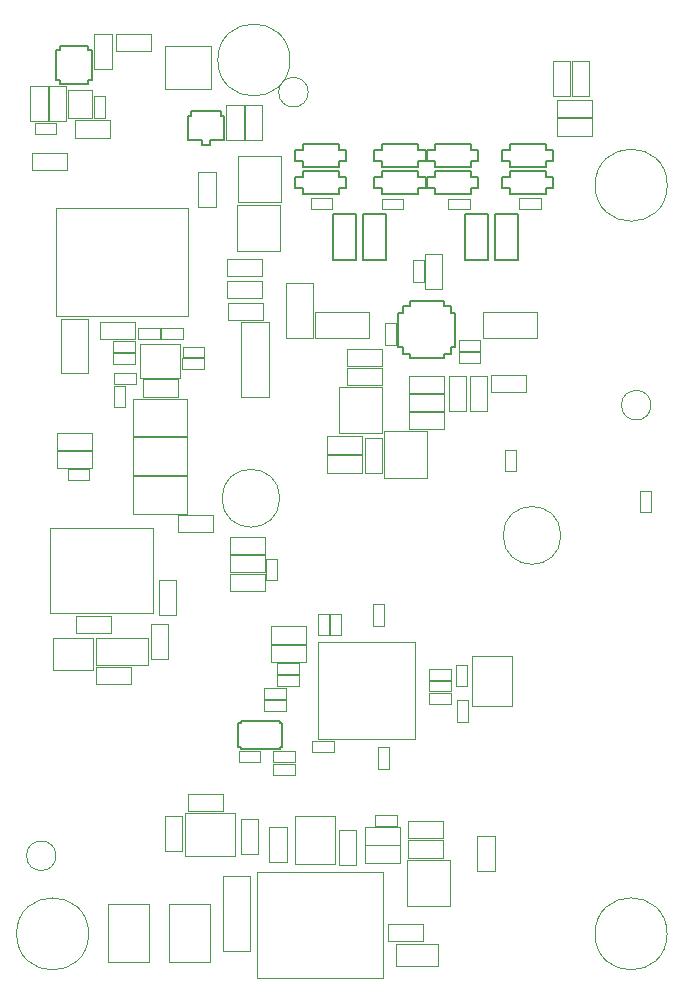
<source format=gbr>
%TF.GenerationSoftware,KiCad,Pcbnew,9.0.0*%
%TF.CreationDate,2025-03-03T22:11:57+00:00*%
%TF.ProjectId,StepUp,53746570-5570-42e6-9b69-6361645f7063,v0.3*%
%TF.SameCoordinates,Original*%
%TF.FileFunction,Other,User*%
%FSLAX45Y45*%
G04 Gerber Fmt 4.5, Leading zero omitted, Abs format (unit mm)*
G04 Created by KiCad (PCBNEW 9.0.0) date 2025-03-03 22:11:57*
%MOMM*%
%LPD*%
G01*
G04 APERTURE LIST*
%ADD10C,0.152400*%
%ADD11C,0.050000*%
%ADD12C,0.100000*%
G04 APERTURE END LIST*
D10*
%TO.C,D3*%
X8664240Y-6298330D02*
X8730280Y-6298330D01*
X8664240Y-6397390D02*
X8664240Y-6298330D01*
X8730280Y-6247530D02*
X9035080Y-6247530D01*
X8730280Y-6298330D02*
X8730280Y-6247530D01*
X8730280Y-6397390D02*
X8664240Y-6397390D01*
X8730280Y-6448190D02*
X8730280Y-6397390D01*
X9035080Y-6247530D02*
X9035080Y-6298330D01*
X9035080Y-6298330D02*
X9101120Y-6298330D01*
X9035080Y-6397390D02*
X9035080Y-6448190D01*
X9035080Y-6448190D02*
X8730280Y-6448190D01*
X9101120Y-6298330D02*
X9101120Y-6397390D01*
X9101120Y-6397390D02*
X9035080Y-6397390D01*
D11*
%TO.C,R20*%
X9583040Y-7443000D02*
X10039040Y-7443000D01*
X9583040Y-7667000D02*
X9583040Y-7443000D01*
X10039040Y-7443000D02*
X10039040Y-7667000D01*
X10039040Y-7667000D02*
X9583040Y-7667000D01*
%TO.C,R30*%
X6456000Y-7688000D02*
X6642000Y-7688000D01*
X6456000Y-7782000D02*
X6456000Y-7688000D01*
X6642000Y-7688000D02*
X6642000Y-7782000D01*
X6642000Y-7782000D02*
X6456000Y-7782000D01*
%TO.C,C43*%
X10914000Y-8958500D02*
X11006000Y-8958500D01*
X10914000Y-9140500D02*
X10914000Y-8958500D01*
X11006000Y-8958500D02*
X11006000Y-9140500D01*
X11006000Y-9140500D02*
X10914000Y-9140500D01*
%TO.C,R27*%
X6458500Y-7963000D02*
X6644500Y-7963000D01*
X6458500Y-8057000D02*
X6458500Y-7963000D01*
X6644500Y-7963000D02*
X6644500Y-8057000D01*
X6644500Y-8057000D02*
X6458500Y-8057000D01*
%TO.C,R31*%
X7004500Y-9162000D02*
X7300500Y-9162000D01*
X7004500Y-9308000D02*
X7004500Y-9162000D01*
X7300500Y-9162000D02*
X7300500Y-9308000D01*
X7300500Y-9308000D02*
X7004500Y-9308000D01*
%TO.C,R28*%
X7039500Y-7835500D02*
X7225500Y-7835500D01*
X7039500Y-7929500D02*
X7039500Y-7835500D01*
X7225500Y-7835500D02*
X7225500Y-7929500D01*
X7225500Y-7929500D02*
X7039500Y-7929500D01*
%TO.C,R34*%
X7419500Y-6997000D02*
X7715500Y-6997000D01*
X7419500Y-7143000D02*
X7419500Y-6997000D01*
X7715500Y-6997000D02*
X7715500Y-7143000D01*
X7715500Y-7143000D02*
X7419500Y-7143000D01*
%TO.C,C10*%
X8654000Y-9919000D02*
X8746000Y-9919000D01*
X8654000Y-10101000D02*
X8654000Y-9919000D01*
X8746000Y-9919000D02*
X8746000Y-10101000D01*
X8746000Y-10101000D02*
X8654000Y-10101000D01*
%TO.C,C5*%
X9129000Y-10464000D02*
X9311000Y-10464000D01*
X9129000Y-10556000D02*
X9129000Y-10464000D01*
X9311000Y-10464000D02*
X9311000Y-10556000D01*
X9311000Y-10556000D02*
X9129000Y-10556000D01*
%TO.C,R6*%
X7844000Y-10514250D02*
X8030000Y-10514250D01*
X7844000Y-10608250D02*
X7844000Y-10514250D01*
X8030000Y-10514250D02*
X8030000Y-10608250D01*
X8030000Y-10608250D02*
X7844000Y-10608250D01*
%TO.C,C8*%
X7787000Y-10104500D02*
X8083000Y-10104500D01*
X7787000Y-10250500D02*
X7787000Y-10104500D01*
X8083000Y-10104500D02*
X8083000Y-10250500D01*
X8083000Y-10250500D02*
X7787000Y-10250500D01*
%TO.C,J1*%
X7673800Y-12187000D02*
X8737800Y-12187000D01*
X8737800Y-13081000D01*
X7673800Y-13081000D01*
X7673800Y-12187000D01*
%TO.C,C19*%
X9380700Y-7678900D02*
X9562700Y-7678900D01*
X9380700Y-7770900D02*
X9380700Y-7678900D01*
X9562700Y-7678900D02*
X9562700Y-7770900D01*
X9562700Y-7770900D02*
X9380700Y-7770900D01*
%TO.C,R42*%
X7447000Y-9503000D02*
X7743000Y-9503000D01*
X7447000Y-9649000D02*
X7447000Y-9503000D01*
X7743000Y-9503000D02*
X7743000Y-9649000D01*
X7743000Y-9649000D02*
X7447000Y-9649000D01*
%TO.C,C18*%
X9379000Y-7784000D02*
X9561000Y-7784000D01*
X9379000Y-7876000D02*
X9379000Y-7784000D01*
X9561000Y-7784000D02*
X9561000Y-7876000D01*
X9561000Y-7876000D02*
X9379000Y-7876000D01*
%TO.C,C42*%
X8672000Y-11704000D02*
X8854000Y-11704000D01*
X8672000Y-11796000D02*
X8672000Y-11704000D01*
X8854000Y-11704000D02*
X8854000Y-11796000D01*
X8854000Y-11796000D02*
X8672000Y-11796000D01*
%TO.C,R10*%
X8587000Y-8512000D02*
X8733000Y-8512000D01*
X8587000Y-8808000D02*
X8587000Y-8512000D01*
X8733000Y-8512000D02*
X8733000Y-8808000D01*
X8733000Y-8808000D02*
X8587000Y-8808000D01*
%TO.C,R2*%
X7807000Y-11163000D02*
X7993000Y-11163000D01*
X7807000Y-11257000D02*
X7807000Y-11163000D01*
X7993000Y-11163000D02*
X7993000Y-11257000D01*
X7993000Y-11257000D02*
X7807000Y-11257000D01*
%TO.C,R5*%
X9129200Y-10666500D02*
X9315200Y-10666500D01*
X9129200Y-10760500D02*
X9129200Y-10666500D01*
X9315200Y-10666500D02*
X9315200Y-10760500D01*
X9315200Y-10760500D02*
X9129200Y-10760500D01*
%TO.C,R7*%
X7844000Y-10413000D02*
X8030000Y-10413000D01*
X7844000Y-10507000D02*
X7844000Y-10413000D01*
X8030000Y-10413000D02*
X8030000Y-10507000D01*
X8030000Y-10507000D02*
X7844000Y-10507000D01*
D10*
%TO.C,D8*%
X9110000Y-6069730D02*
X9176040Y-6069730D01*
X9110000Y-6168790D02*
X9110000Y-6069730D01*
X9176040Y-6018930D02*
X9480840Y-6018930D01*
X9176040Y-6069730D02*
X9176040Y-6018930D01*
X9176040Y-6168790D02*
X9110000Y-6168790D01*
X9176040Y-6219590D02*
X9176040Y-6168790D01*
X9480840Y-6018930D02*
X9480840Y-6069730D01*
X9480840Y-6069730D02*
X9546880Y-6069730D01*
X9480840Y-6168790D02*
X9480840Y-6219590D01*
X9480840Y-6219590D02*
X9176040Y-6219590D01*
X9546880Y-6069730D02*
X9546880Y-6168790D01*
X9546880Y-6168790D02*
X9480840Y-6168790D01*
%TO.C,D10*%
X9745000Y-6069730D02*
X9811040Y-6069730D01*
X9745000Y-6168790D02*
X9745000Y-6069730D01*
X9811040Y-6018930D02*
X10115840Y-6018930D01*
X9811040Y-6069730D02*
X9811040Y-6018930D01*
X9811040Y-6168790D02*
X9745000Y-6168790D01*
X9811040Y-6219590D02*
X9811040Y-6168790D01*
X10115840Y-6018930D02*
X10115840Y-6069730D01*
X10115840Y-6069730D02*
X10181880Y-6069730D01*
X10115840Y-6168790D02*
X10115840Y-6219590D01*
X10115840Y-6219590D02*
X9811040Y-6219590D01*
X10181880Y-6069730D02*
X10181880Y-6168790D01*
X10181880Y-6168790D02*
X10115840Y-6168790D01*
D11*
%TO.C,C39*%
X5788500Y-5846500D02*
X5970500Y-5846500D01*
X5788500Y-5938500D02*
X5788500Y-5846500D01*
X5970500Y-5846500D02*
X5970500Y-5938500D01*
X5970500Y-5938500D02*
X5788500Y-5938500D01*
%TO.C,C15*%
X8756500Y-7538900D02*
X8848500Y-7538900D01*
X8756500Y-7720900D02*
X8756500Y-7538900D01*
X8848500Y-7538900D02*
X8848500Y-7720900D01*
X8848500Y-7720900D02*
X8756500Y-7720900D01*
D10*
%TO.C,D7*%
X9110000Y-6298330D02*
X9176040Y-6298330D01*
X9110000Y-6397390D02*
X9110000Y-6298330D01*
X9176040Y-6247530D02*
X9480840Y-6247530D01*
X9176040Y-6298330D02*
X9176040Y-6247530D01*
X9176040Y-6397390D02*
X9110000Y-6397390D01*
X9176040Y-6448190D02*
X9176040Y-6397390D01*
X9480840Y-6247530D02*
X9480840Y-6298330D01*
X9480840Y-6298330D02*
X9546880Y-6298330D01*
X9480840Y-6397390D02*
X9480840Y-6448190D01*
X9480840Y-6448190D02*
X9176040Y-6448190D01*
X9546880Y-6298330D02*
X9546880Y-6397390D01*
X9546880Y-6397390D02*
X9480840Y-6397390D01*
D11*
%TO.C,R8*%
X8264500Y-8657000D02*
X8560500Y-8657000D01*
X8264500Y-8803000D02*
X8264500Y-8657000D01*
X8560500Y-8657000D02*
X8560500Y-8803000D01*
X8560500Y-8803000D02*
X8264500Y-8803000D01*
%TO.C,R4*%
X8362000Y-11827000D02*
X8508000Y-11827000D01*
X8362000Y-12123000D02*
X8362000Y-11827000D01*
X8508000Y-11827000D02*
X8508000Y-12123000D01*
X8508000Y-12123000D02*
X8362000Y-12123000D01*
%TO.C,R50*%
X10177000Y-5322000D02*
X10323000Y-5322000D01*
X10177000Y-5618000D02*
X10177000Y-5322000D01*
X10323000Y-5322000D02*
X10323000Y-5618000D01*
X10323000Y-5618000D02*
X10177000Y-5618000D01*
%TO.C,R35*%
X7424500Y-7364500D02*
X7720500Y-7364500D01*
X7424500Y-7510500D02*
X7424500Y-7364500D01*
X7720500Y-7364500D02*
X7720500Y-7510500D01*
X7720500Y-7510500D02*
X7424500Y-7510500D01*
%TO.C,C36*%
X6620000Y-8832500D02*
X7080000Y-8832500D01*
X6620000Y-9152500D02*
X6620000Y-8832500D01*
X7080000Y-8832500D02*
X7080000Y-9152500D01*
X7080000Y-9152500D02*
X6620000Y-9152500D01*
%TO.C,Q3*%
X5942200Y-10205150D02*
X6282200Y-10205150D01*
X5942200Y-10475150D02*
X5942200Y-10205150D01*
X6282200Y-10205150D02*
X6282200Y-10475150D01*
X6282200Y-10475150D02*
X5942200Y-10475150D01*
%TO.C,D13*%
X7540000Y-7527500D02*
X7540000Y-8162500D01*
X7540000Y-7527500D02*
X7770000Y-7527500D01*
X7770000Y-7527500D02*
X7770000Y-8162500D01*
X7770000Y-8162500D02*
X7540000Y-8162500D01*
%TO.C,U3*%
X8188500Y-10237900D02*
X8188500Y-11061900D01*
X8188500Y-11061900D02*
X9012500Y-11061900D01*
X9012500Y-10237900D02*
X8188500Y-10237900D01*
X9012500Y-11061900D02*
X9012500Y-10237900D01*
%TO.C,R26*%
X8782000Y-12627000D02*
X9078000Y-12627000D01*
X8782000Y-12773000D02*
X8782000Y-12627000D01*
X9078000Y-12627000D02*
X9078000Y-12773000D01*
X9078000Y-12773000D02*
X8782000Y-12773000D01*
%TO.C,R3*%
X7777000Y-11802000D02*
X7923000Y-11802000D01*
X7777000Y-12098000D02*
X7777000Y-11802000D01*
X7923000Y-11802000D02*
X7923000Y-12098000D01*
X7923000Y-12098000D02*
X7777000Y-12098000D01*
%TO.C,C7*%
X7735050Y-10624000D02*
X7917050Y-10624000D01*
X7735050Y-10716000D02*
X7735050Y-10624000D01*
X7917050Y-10624000D02*
X7917050Y-10716000D01*
X7917050Y-10716000D02*
X7735050Y-10716000D01*
%TO.C,C37*%
X7412000Y-5694500D02*
X7558000Y-5694500D01*
X7412000Y-5990500D02*
X7412000Y-5694500D01*
X7558000Y-5694500D02*
X7558000Y-5990500D01*
X7558000Y-5990500D02*
X7412000Y-5990500D01*
%TO.C,R24*%
X7084500Y-11522000D02*
X7380500Y-11522000D01*
X7084500Y-11668000D02*
X7084500Y-11522000D01*
X7380500Y-11522000D02*
X7380500Y-11668000D01*
X7380500Y-11668000D02*
X7084500Y-11668000D01*
%TO.C,C6*%
X7787000Y-10259500D02*
X8083000Y-10259500D01*
X7787000Y-10405500D02*
X7787000Y-10259500D01*
X8083000Y-10259500D02*
X8083000Y-10405500D01*
X8083000Y-10405500D02*
X7787000Y-10405500D01*
%TO.C,U7*%
X6682500Y-7711250D02*
X6682500Y-8001250D01*
X6682500Y-7711250D02*
X7022500Y-7711250D01*
X6682500Y-8001250D02*
X7022500Y-8001250D01*
X7022500Y-7711250D02*
X7022500Y-8001250D01*
D12*
%TO.C,LED1*%
X8845000Y-12795000D02*
X9205000Y-12795000D01*
X8845000Y-12985000D02*
X8845000Y-12795000D01*
X9205000Y-12795000D02*
X9205000Y-12985000D01*
X9205000Y-12985000D02*
X8845000Y-12985000D01*
D11*
%TO.C,R47*%
X6477000Y-5087000D02*
X6773000Y-5087000D01*
X6477000Y-5233000D02*
X6477000Y-5087000D01*
X6773000Y-5087000D02*
X6773000Y-5233000D01*
X6773000Y-5233000D02*
X6477000Y-5233000D01*
%TO.C,R37*%
X5752000Y-5529500D02*
X5898000Y-5529500D01*
X5752000Y-5825500D02*
X5752000Y-5529500D01*
X5898000Y-5529500D02*
X5898000Y-5825500D01*
X5898000Y-5825500D02*
X5752000Y-5825500D01*
D10*
%TO.C,L1*%
X8570210Y-6610360D02*
X8765870Y-6610360D01*
X8570210Y-7001040D02*
X8570210Y-6610360D01*
X8765870Y-6610360D02*
X8765870Y-7001040D01*
X8765870Y-7001040D02*
X8570210Y-7001040D01*
D11*
%TO.C,C13*%
X8289000Y-9999000D02*
X8381000Y-9999000D01*
X8289000Y-10181000D02*
X8289000Y-9999000D01*
X8381000Y-9999000D02*
X8381000Y-10181000D01*
X8381000Y-10181000D02*
X8289000Y-10181000D01*
D10*
%TO.C,D4*%
X8664240Y-6069730D02*
X8730280Y-6069730D01*
X8664240Y-6168790D02*
X8664240Y-6069730D01*
X8730280Y-6018930D02*
X9035080Y-6018930D01*
X8730280Y-6069730D02*
X8730280Y-6018930D01*
X8730280Y-6168790D02*
X8664240Y-6168790D01*
X8730280Y-6219590D02*
X8730280Y-6168790D01*
X9035080Y-6018930D02*
X9035080Y-6069730D01*
X9035080Y-6069730D02*
X9101120Y-6069730D01*
X9035080Y-6168790D02*
X9035080Y-6219590D01*
X9035080Y-6219590D02*
X8730280Y-6219590D01*
X9101120Y-6069730D02*
X9101120Y-6168790D01*
X9101120Y-6168790D02*
X9035080Y-6168790D01*
D11*
%TO.C,Q4*%
X7507500Y-6125000D02*
X7507500Y-6515000D01*
X7507500Y-6125000D02*
X7872500Y-6125000D01*
X7872500Y-6125000D02*
X7872500Y-6515000D01*
X7872500Y-6515000D02*
X7507500Y-6515000D01*
D10*
%TO.C,U8*%
X5967560Y-5224270D02*
X6002140Y-5224270D01*
X5967560Y-5475730D02*
X5967560Y-5224270D01*
X6002140Y-5189980D02*
X6242860Y-5189980D01*
X6002140Y-5224270D02*
X6002140Y-5189980D01*
X6002140Y-5475730D02*
X5967560Y-5475730D01*
X6002140Y-5510020D02*
X6002140Y-5475730D01*
X6242860Y-5189980D02*
X6242860Y-5224270D01*
X6242860Y-5224270D02*
X6277440Y-5224270D01*
X6242860Y-5475730D02*
X6242860Y-5510020D01*
X6242860Y-5510020D02*
X6002140Y-5510020D01*
X6277440Y-5224270D02*
X6277440Y-5475730D01*
X6277440Y-5475730D02*
X6242860Y-5475730D01*
D11*
%TO.C,C3*%
X7516800Y-11158800D02*
X7698800Y-11158800D01*
X7516800Y-11250800D02*
X7516800Y-11158800D01*
X7698800Y-11158800D02*
X7698800Y-11250800D01*
X7698800Y-11250800D02*
X7516800Y-11250800D01*
%TO.C,C14*%
X8187400Y-9999000D02*
X8279400Y-9999000D01*
X8187400Y-10181000D02*
X8187400Y-9999000D01*
X8279400Y-9999000D02*
X8279400Y-10181000D01*
X8279400Y-10181000D02*
X8187400Y-10181000D01*
%TO.C,R14*%
X8962000Y-8291800D02*
X9258000Y-8291800D01*
X8962000Y-8437800D02*
X8962000Y-8291800D01*
X9258000Y-8291800D02*
X9258000Y-8437800D01*
X9258000Y-8437800D02*
X8962000Y-8437800D01*
%TO.C,R39*%
X5977000Y-8464500D02*
X6273000Y-8464500D01*
X5977000Y-8610500D02*
X5977000Y-8464500D01*
X6273000Y-8464500D02*
X6273000Y-8610500D01*
X6273000Y-8610500D02*
X5977000Y-8610500D01*
D10*
%TO.C,L4*%
X9687810Y-6610360D02*
X9883470Y-6610360D01*
X9687810Y-7001040D02*
X9687810Y-6610360D01*
X9883470Y-6610360D02*
X9883470Y-7001040D01*
X9883470Y-7001040D02*
X9687810Y-7001040D01*
D11*
%TO.C,R45*%
X8584500Y-11807100D02*
X8880500Y-11807100D01*
X8584500Y-11953100D02*
X8584500Y-11807100D01*
X8880500Y-11807100D02*
X8880500Y-11953100D01*
X8880500Y-11953100D02*
X8584500Y-11953100D01*
%TO.C,H6*%
X7865000Y-9020000D02*
G75*
G02*
X7375000Y-9020000I-245000J0D01*
G01*
X7375000Y-9020000D02*
G75*
G02*
X7865000Y-9020000I245000J0D01*
G01*
%TO.C,C44*%
X9774000Y-8612000D02*
X9866000Y-8612000D01*
X9774000Y-8794000D02*
X9774000Y-8612000D01*
X9866000Y-8612000D02*
X9866000Y-8794000D01*
X9866000Y-8794000D02*
X9774000Y-8794000D01*
%TO.C,R13*%
X8432000Y-7757000D02*
X8728000Y-7757000D01*
X8432000Y-7903000D02*
X8432000Y-7757000D01*
X8728000Y-7757000D02*
X8728000Y-7903000D01*
X8728000Y-7903000D02*
X8432000Y-7903000D01*
%TO.C,C20*%
X8726500Y-6482900D02*
X8908500Y-6482900D01*
X8726500Y-6574900D02*
X8726500Y-6482900D01*
X8908500Y-6482900D02*
X8908500Y-6574900D01*
X8908500Y-6574900D02*
X8726500Y-6574900D01*
%TO.C,R29*%
X6456000Y-7793000D02*
X6642000Y-7793000D01*
X6456000Y-7887000D02*
X6456000Y-7793000D01*
X6642000Y-7793000D02*
X6642000Y-7887000D01*
X6642000Y-7887000D02*
X6456000Y-7887000D01*
%TO.C,C4*%
X7735050Y-10725600D02*
X7917050Y-10725600D01*
X7735050Y-10817600D02*
X7735050Y-10725600D01*
X7917050Y-10725600D02*
X7917050Y-10817600D01*
X7917050Y-10817600D02*
X7735050Y-10817600D01*
%TO.C,C40*%
X6068500Y-8774000D02*
X6250500Y-8774000D01*
X6068500Y-8866000D02*
X6068500Y-8774000D01*
X6250500Y-8774000D02*
X6250500Y-8866000D01*
X6250500Y-8866000D02*
X6068500Y-8866000D01*
%TO.C,R52*%
X10209500Y-5649500D02*
X10505500Y-5649500D01*
X10209500Y-5795500D02*
X10209500Y-5649500D01*
X10505500Y-5649500D02*
X10505500Y-5795500D01*
X10505500Y-5795500D02*
X10209500Y-5795500D01*
%TO.C,C28*%
X6859500Y-7581500D02*
X7041500Y-7581500D01*
X6859500Y-7673500D02*
X6859500Y-7581500D01*
X7041500Y-7581500D02*
X7041500Y-7673500D01*
X7041500Y-7673500D02*
X6859500Y-7673500D01*
%TO.C,C34*%
X6620000Y-8177500D02*
X7080000Y-8177500D01*
X6620000Y-8497500D02*
X6620000Y-8177500D01*
X7080000Y-8177500D02*
X7080000Y-8497500D01*
X7080000Y-8497500D02*
X6620000Y-8497500D01*
%TO.C,R53*%
X8952000Y-11754500D02*
X9248000Y-11754500D01*
X8952000Y-11900500D02*
X8952000Y-11754500D01*
X9248000Y-11754500D02*
X9248000Y-11900500D01*
X9248000Y-11900500D02*
X8952000Y-11900500D01*
%TO.C,C2*%
X9354000Y-10429000D02*
X9446000Y-10429000D01*
X9354000Y-10611000D02*
X9354000Y-10429000D01*
X9446000Y-10429000D02*
X9446000Y-10611000D01*
X9446000Y-10611000D02*
X9354000Y-10611000D01*
%TO.C,C24*%
X6142000Y-10015750D02*
X6438000Y-10015750D01*
X6142000Y-10161750D02*
X6142000Y-10015750D01*
X6438000Y-10015750D02*
X6438000Y-10161750D01*
X6438000Y-10161750D02*
X6142000Y-10161750D01*
%TO.C,FID3*%
X11007500Y-8232500D02*
G75*
G02*
X10757500Y-8232500I-125000J0D01*
G01*
X10757500Y-8232500D02*
G75*
G02*
X11007500Y-8232500I125000J0D01*
G01*
%TO.C,H3*%
X6246170Y-12708830D02*
G75*
G02*
X5636170Y-12708830I-305000J0D01*
G01*
X5636170Y-12708830D02*
G75*
G02*
X6246170Y-12708830I305000J0D01*
G01*
%TO.C,C31*%
X6344500Y-7529500D02*
X6640500Y-7529500D01*
X6344500Y-7675500D02*
X6344500Y-7529500D01*
X6640500Y-7529500D02*
X6640500Y-7675500D01*
X6640500Y-7675500D02*
X6344500Y-7675500D01*
%TO.C,C1*%
X9364000Y-10729000D02*
X9456000Y-10729000D01*
X9364000Y-10911000D02*
X9364000Y-10729000D01*
X9456000Y-10729000D02*
X9456000Y-10911000D01*
X9456000Y-10911000D02*
X9364000Y-10911000D01*
D10*
%TO.C,L2*%
X8316210Y-6610360D02*
X8511870Y-6610360D01*
X8316210Y-7001040D02*
X8316210Y-6610360D01*
X8511870Y-6610360D02*
X8511870Y-7001040D01*
X8511870Y-7001040D02*
X8316210Y-7001040D01*
D11*
%TO.C,R12*%
X8432000Y-7917000D02*
X8728000Y-7917000D01*
X8432000Y-8063000D02*
X8432000Y-7917000D01*
X8728000Y-7917000D02*
X8728000Y-8063000D01*
X8728000Y-8063000D02*
X8432000Y-8063000D01*
%TO.C,C9*%
X8139000Y-11074000D02*
X8321000Y-11074000D01*
X8139000Y-11166000D02*
X8139000Y-11074000D01*
X8321000Y-11074000D02*
X8321000Y-11166000D01*
X8321000Y-11166000D02*
X8139000Y-11166000D01*
%TO.C,D12*%
X7505000Y-6537500D02*
X7505000Y-6927500D01*
X7505000Y-6537500D02*
X7870000Y-6537500D01*
X7870000Y-6537500D02*
X7870000Y-6927500D01*
X7870000Y-6927500D02*
X7505000Y-6927500D01*
%TO.C,C32*%
X6704500Y-8014500D02*
X7000500Y-8014500D01*
X6704500Y-8160500D02*
X6704500Y-8014500D01*
X7000500Y-8014500D02*
X7000500Y-8160500D01*
X7000500Y-8160500D02*
X6704500Y-8160500D01*
%TO.C,R16*%
X8962000Y-7987000D02*
X9258000Y-7987000D01*
X8962000Y-8133000D02*
X8962000Y-7987000D01*
X9258000Y-7987000D02*
X9258000Y-8133000D01*
X9258000Y-8133000D02*
X8962000Y-8133000D01*
%TO.C,C23*%
X9891000Y-6479660D02*
X10073000Y-6479660D01*
X9891000Y-6571660D02*
X9891000Y-6479660D01*
X10073000Y-6479660D02*
X10073000Y-6571660D01*
X10073000Y-6571660D02*
X9891000Y-6571660D01*
%TO.C,Y1*%
X9490000Y-10360000D02*
X9490000Y-10780000D01*
X9490000Y-10780000D02*
X9830000Y-10780000D01*
X9830000Y-10360000D02*
X9490000Y-10360000D01*
X9830000Y-10780000D02*
X9830000Y-10360000D01*
%TO.C,H5*%
X10245000Y-9335000D02*
G75*
G02*
X9755000Y-9335000I-245000J0D01*
G01*
X9755000Y-9335000D02*
G75*
G02*
X10245000Y-9335000I245000J0D01*
G01*
%TO.C,R17*%
X9657000Y-7977000D02*
X9953000Y-7977000D01*
X9657000Y-8123000D02*
X9657000Y-7977000D01*
X9953000Y-7977000D02*
X9953000Y-8123000D01*
X9953000Y-8123000D02*
X9657000Y-8123000D01*
%TO.C,R19*%
X8160640Y-7443000D02*
X8616640Y-7443000D01*
X8160640Y-7667000D02*
X8160640Y-7443000D01*
X8616640Y-7443000D02*
X8616640Y-7667000D01*
X8616640Y-7667000D02*
X8160640Y-7667000D01*
%TO.C,R23*%
X6307000Y-10449500D02*
X6603000Y-10449500D01*
X6307000Y-10595500D02*
X6307000Y-10449500D01*
X6603000Y-10449500D02*
X6603000Y-10595500D01*
X6603000Y-10595500D02*
X6307000Y-10595500D01*
%TO.C,C21*%
X8126500Y-6479660D02*
X8308500Y-6479660D01*
X8126500Y-6571660D02*
X8126500Y-6479660D01*
X8308500Y-6479660D02*
X8308500Y-6571660D01*
X8308500Y-6571660D02*
X8126500Y-6571660D01*
%TO.C,FID1*%
X5970000Y-12047500D02*
G75*
G02*
X5720000Y-12047500I-125000J0D01*
G01*
X5720000Y-12047500D02*
G75*
G02*
X5970000Y-12047500I125000J0D01*
G01*
%TO.C,U5*%
X5915000Y-9268750D02*
X5915000Y-9988750D01*
X5915000Y-9988750D02*
X6795000Y-9988750D01*
X6795000Y-9268750D02*
X5915000Y-9268750D01*
X6795000Y-9988750D02*
X6795000Y-9268750D01*
%TO.C,R33*%
X5769500Y-6099500D02*
X6065500Y-6099500D01*
X5769500Y-6245500D02*
X5769500Y-6099500D01*
X6065500Y-6099500D02*
X6065500Y-6245500D01*
X6065500Y-6245500D02*
X5769500Y-6245500D01*
%TO.C,R1*%
X7807000Y-11273000D02*
X7993000Y-11273000D01*
X7807000Y-11367000D02*
X7807000Y-11273000D01*
X7993000Y-11273000D02*
X7993000Y-11367000D01*
X7993000Y-11367000D02*
X7807000Y-11367000D01*
%TO.C,C12*%
X9131200Y-10564000D02*
X9313200Y-10564000D01*
X9131200Y-10656000D02*
X9131200Y-10564000D01*
X9313200Y-10564000D02*
X9313200Y-10656000D01*
X9313200Y-10656000D02*
X9131200Y-10656000D01*
%TO.C,R44*%
X8584500Y-11959500D02*
X8880500Y-11959500D01*
X8584500Y-12105500D02*
X8584500Y-11959500D01*
X8880500Y-11959500D02*
X8880500Y-12105500D01*
X8880500Y-12105500D02*
X8584500Y-12105500D01*
%TO.C,R21*%
X6774500Y-10087000D02*
X6920500Y-10087000D01*
X6774500Y-10383000D02*
X6774500Y-10087000D01*
X6920500Y-10087000D02*
X6920500Y-10383000D01*
X6920500Y-10383000D02*
X6774500Y-10383000D01*
D10*
%TO.C,U4*%
X8869340Y-7454000D02*
X8909340Y-7454000D01*
X8869340Y-7736000D02*
X8869340Y-7454000D01*
X8909340Y-7394340D02*
X8969000Y-7394340D01*
X8909340Y-7454000D02*
X8909340Y-7394340D01*
X8909340Y-7736000D02*
X8869340Y-7736000D01*
X8909340Y-7795660D02*
X8909340Y-7736000D01*
X8969000Y-7354340D02*
X9251000Y-7354340D01*
X8969000Y-7394340D02*
X8969000Y-7354340D01*
X8969000Y-7795660D02*
X8909340Y-7795660D01*
X8969000Y-7835660D02*
X8969000Y-7795660D01*
X9251000Y-7354340D02*
X9251000Y-7394340D01*
X9251000Y-7394340D02*
X9310660Y-7394340D01*
X9251000Y-7795660D02*
X9251000Y-7835660D01*
X9251000Y-7835660D02*
X8969000Y-7835660D01*
X9310660Y-7394340D02*
X9310660Y-7454000D01*
X9310660Y-7454000D02*
X9350660Y-7454000D01*
X9310660Y-7736000D02*
X9310660Y-7795660D01*
X9310660Y-7795660D02*
X9251000Y-7795660D01*
X9350660Y-7454000D02*
X9350660Y-7736000D01*
X9350660Y-7736000D02*
X9310660Y-7736000D01*
D11*
%TO.C,R11*%
X9297000Y-7982000D02*
X9443000Y-7982000D01*
X9297000Y-8278000D02*
X9297000Y-7982000D01*
X9443000Y-7982000D02*
X9443000Y-8278000D01*
X9443000Y-8278000D02*
X9297000Y-8278000D01*
%TO.C,R43*%
X7447000Y-9658000D02*
X7743000Y-9658000D01*
X7447000Y-9804000D02*
X7447000Y-9658000D01*
X7743000Y-9658000D02*
X7743000Y-9804000D01*
X7743000Y-9804000D02*
X7447000Y-9804000D01*
%TO.C,C30*%
X6894500Y-11712000D02*
X7040500Y-11712000D01*
X6894500Y-12008000D02*
X6894500Y-11712000D01*
X7040500Y-11712000D02*
X7040500Y-12008000D01*
X7040500Y-12008000D02*
X6894500Y-12008000D01*
%TO.C,R15*%
X8962000Y-8139400D02*
X9258000Y-8139400D01*
X8962000Y-8285400D02*
X8962000Y-8139400D01*
X9258000Y-8139400D02*
X9258000Y-8285400D01*
X9258000Y-8285400D02*
X8962000Y-8285400D01*
D10*
%TO.C,D9*%
X9745000Y-6298330D02*
X9811040Y-6298330D01*
X9745000Y-6397390D02*
X9745000Y-6298330D01*
X9811040Y-6247530D02*
X10115840Y-6247530D01*
X9811040Y-6298330D02*
X9811040Y-6247530D01*
X9811040Y-6397390D02*
X9745000Y-6397390D01*
X9811040Y-6448190D02*
X9811040Y-6397390D01*
X10115840Y-6247530D02*
X10115840Y-6298330D01*
X10115840Y-6298330D02*
X10181880Y-6298330D01*
X10115840Y-6397390D02*
X10115840Y-6448190D01*
X10115840Y-6448190D02*
X9811040Y-6448190D01*
X10181880Y-6298330D02*
X10181880Y-6397390D01*
X10181880Y-6397390D02*
X10115840Y-6397390D01*
D11*
%TO.C,R38*%
X5912000Y-5529500D02*
X6058000Y-5529500D01*
X5912000Y-5825500D02*
X5912000Y-5529500D01*
X6058000Y-5529500D02*
X6058000Y-5825500D01*
X6058000Y-5825500D02*
X5912000Y-5825500D01*
%TO.C,C29*%
X6842000Y-9712000D02*
X6988000Y-9712000D01*
X6842000Y-10008000D02*
X6842000Y-9712000D01*
X6988000Y-9712000D02*
X6988000Y-10008000D01*
X6988000Y-10008000D02*
X6842000Y-10008000D01*
%TO.C,R40*%
X5977000Y-8619500D02*
X6273000Y-8619500D01*
X5977000Y-8765500D02*
X5977000Y-8619500D01*
X6273000Y-8619500D02*
X6273000Y-8765500D01*
X6273000Y-8765500D02*
X5977000Y-8765500D01*
%TO.C,R51*%
X10334500Y-5322000D02*
X10480500Y-5322000D01*
X10334500Y-5618000D02*
X10334500Y-5322000D01*
X10480500Y-5322000D02*
X10480500Y-5618000D01*
X10480500Y-5618000D02*
X10334500Y-5618000D01*
%TO.C,C38*%
X7419500Y-7179500D02*
X7715500Y-7179500D01*
X7419500Y-7325500D02*
X7419500Y-7179500D01*
X7715500Y-7179500D02*
X7715500Y-7325500D01*
X7715500Y-7325500D02*
X7419500Y-7325500D01*
%TO.C,C17*%
X8991600Y-7006800D02*
X9083600Y-7006800D01*
X8991600Y-7188800D02*
X8991600Y-7006800D01*
X9083600Y-7006800D02*
X9083600Y-7188800D01*
X9083600Y-7188800D02*
X8991600Y-7188800D01*
D10*
%TO.C,Q5*%
X7085060Y-5784670D02*
X7111980Y-5784670D01*
X7085060Y-5985330D02*
X7085060Y-5784670D01*
X7085060Y-5985330D02*
X7206980Y-5985330D01*
X7111980Y-5784670D02*
X7111980Y-5740220D01*
X7206980Y-5985330D02*
X7206980Y-6029780D01*
X7273020Y-5985330D02*
X7273020Y-6029780D01*
X7273020Y-6029780D02*
X7206980Y-6029780D01*
X7368020Y-5740220D02*
X7111980Y-5740220D01*
X7368020Y-5784670D02*
X7368020Y-5740220D01*
X7394940Y-5784670D02*
X7368020Y-5784670D01*
X7394940Y-5784670D02*
X7394940Y-5985330D01*
X7394940Y-5985330D02*
X7273020Y-5985330D01*
D11*
%TO.C,Q1*%
X8747500Y-8455000D02*
X8747500Y-8845000D01*
X8747500Y-8455000D02*
X9112500Y-8455000D01*
X9112500Y-8455000D02*
X9112500Y-8845000D01*
X9112500Y-8845000D02*
X8747500Y-8845000D01*
D10*
%TO.C,U1*%
X7512380Y-10926940D02*
X7532700Y-10926940D01*
X7512380Y-11122660D02*
X7512380Y-10926940D01*
X7512380Y-11122660D02*
X7532700Y-11122660D01*
X7532700Y-10909230D02*
X7862900Y-10909230D01*
X7532700Y-10926940D02*
X7532700Y-10909230D01*
X7532700Y-11140370D02*
X7532700Y-11122660D01*
X7862900Y-10909230D02*
X7862900Y-10926940D01*
X7862900Y-11122660D02*
X7862900Y-11140370D01*
X7862900Y-11140370D02*
X7532700Y-11140370D01*
X7883220Y-10926940D02*
X7862900Y-10926940D01*
X7883220Y-10926940D02*
X7883220Y-11122660D01*
X7883220Y-11122660D02*
X7862900Y-11122660D01*
D11*
%TO.C,C11*%
X8694000Y-11129000D02*
X8786000Y-11129000D01*
X8694000Y-11311000D02*
X8694000Y-11129000D01*
X8786000Y-11129000D02*
X8786000Y-11311000D01*
X8786000Y-11311000D02*
X8694000Y-11311000D01*
%TO.C,R9*%
X8264500Y-8497000D02*
X8560500Y-8497000D01*
X8264500Y-8643000D02*
X8264500Y-8497000D01*
X8560500Y-8497000D02*
X8560500Y-8643000D01*
X8560500Y-8643000D02*
X8264500Y-8643000D01*
%TO.C,H2*%
X7950000Y-5310000D02*
G75*
G02*
X7340000Y-5310000I-305000J0D01*
G01*
X7340000Y-5310000D02*
G75*
G02*
X7950000Y-5310000I305000J0D01*
G01*
%TO.C,R41*%
X7447000Y-9348100D02*
X7743000Y-9348100D01*
X7447000Y-9494100D02*
X7447000Y-9348100D01*
X7743000Y-9348100D02*
X7743000Y-9494100D01*
X7743000Y-9494100D02*
X7447000Y-9494100D01*
%TO.C,C26*%
X7042000Y-7736500D02*
X7224000Y-7736500D01*
X7042000Y-7828500D02*
X7042000Y-7736500D01*
X7224000Y-7736500D02*
X7224000Y-7828500D01*
X7224000Y-7828500D02*
X7042000Y-7828500D01*
%TO.C,U6*%
X7062500Y-11687500D02*
X7487500Y-11687500D01*
X7062500Y-12052500D02*
X7062500Y-11687500D01*
X7487500Y-11687500D02*
X7487500Y-12052500D01*
X7487500Y-12052500D02*
X7062500Y-12052500D01*
%TO.C,R55*%
X9537000Y-11879500D02*
X9683000Y-11879500D01*
X9537000Y-12175500D02*
X9537000Y-11879500D01*
X9683000Y-11879500D02*
X9683000Y-12175500D01*
X9683000Y-12175500D02*
X9537000Y-12175500D01*
%TO.C,C33*%
X6459000Y-8068500D02*
X6551000Y-8068500D01*
X6459000Y-8250500D02*
X6459000Y-8068500D01*
X6551000Y-8068500D02*
X6551000Y-8250500D01*
X6551000Y-8250500D02*
X6459000Y-8250500D01*
D10*
%TO.C,D5*%
X7992400Y-6298330D02*
X8058440Y-6298330D01*
X7992400Y-6397390D02*
X7992400Y-6298330D01*
X8058440Y-6247530D02*
X8363240Y-6247530D01*
X8058440Y-6298330D02*
X8058440Y-6247530D01*
X8058440Y-6397390D02*
X7992400Y-6397390D01*
X8058440Y-6448190D02*
X8058440Y-6397390D01*
X8363240Y-6247530D02*
X8363240Y-6298330D01*
X8363240Y-6298330D02*
X8429280Y-6298330D01*
X8363240Y-6397390D02*
X8363240Y-6448190D01*
X8363240Y-6448190D02*
X8058440Y-6448190D01*
X8429280Y-6298330D02*
X8429280Y-6397390D01*
X8429280Y-6397390D02*
X8363240Y-6397390D01*
D11*
%TO.C,Q6*%
X6895000Y-5190000D02*
X7285000Y-5190000D01*
X6895000Y-5555000D02*
X6895000Y-5190000D01*
X6895000Y-5555000D02*
X7285000Y-5555000D01*
X7285000Y-5190000D02*
X7285000Y-5555000D01*
%TO.C,R25*%
X6666000Y-7580500D02*
X6852000Y-7580500D01*
X6666000Y-7674500D02*
X6666000Y-7580500D01*
X6852000Y-7580500D02*
X6852000Y-7674500D01*
X6852000Y-7674500D02*
X6666000Y-7674500D01*
D12*
%TO.C,SW2*%
X7277500Y-12947500D02*
X6927500Y-12947500D01*
X6927500Y-12457500D01*
X7277500Y-12457500D01*
X7277500Y-12947500D01*
D11*
%TO.C,C35*%
X6620000Y-8505000D02*
X7080000Y-8505000D01*
X6620000Y-8825000D02*
X6620000Y-8505000D01*
X7080000Y-8505000D02*
X7080000Y-8825000D01*
X7080000Y-8825000D02*
X6620000Y-8825000D01*
%TO.C,R18*%
X9477000Y-7982000D02*
X9623000Y-7982000D01*
X9477000Y-8278000D02*
X9477000Y-7982000D01*
X9623000Y-7982000D02*
X9623000Y-8278000D01*
X9623000Y-8278000D02*
X9477000Y-8278000D01*
D12*
%TO.C,SW1*%
X6757500Y-12947500D02*
X6407500Y-12947500D01*
X6407500Y-12457500D01*
X6757500Y-12457500D01*
X6757500Y-12947500D01*
D11*
%TO.C,C22*%
X9289000Y-6482900D02*
X9471000Y-6482900D01*
X9289000Y-6574900D02*
X9289000Y-6482900D01*
X9471000Y-6482900D02*
X9471000Y-6574900D01*
X9471000Y-6574900D02*
X9289000Y-6574900D01*
D10*
%TO.C,L3*%
X9433810Y-6610360D02*
X9629470Y-6610360D01*
X9433810Y-7001040D02*
X9433810Y-6610360D01*
X9629470Y-6610360D02*
X9629470Y-7001040D01*
X9629470Y-7001040D02*
X9433810Y-7001040D01*
D11*
%TO.C,R49*%
X10209500Y-5804500D02*
X10505500Y-5804500D01*
X10209500Y-5950500D02*
X10209500Y-5804500D01*
X10505500Y-5804500D02*
X10505500Y-5950500D01*
X10505500Y-5950500D02*
X10209500Y-5950500D01*
%TO.C,C41*%
X7751500Y-9532000D02*
X7843500Y-9532000D01*
X7751500Y-9714000D02*
X7751500Y-9532000D01*
X7843500Y-9532000D02*
X7843500Y-9714000D01*
X7843500Y-9714000D02*
X7751500Y-9714000D01*
%TO.C,D2*%
X7915000Y-7195000D02*
X8145000Y-7195000D01*
X7915000Y-7665000D02*
X7915000Y-7195000D01*
X8145000Y-7195000D02*
X8145000Y-7665000D01*
X8145000Y-7665000D02*
X7915000Y-7665000D01*
%TO.C,H4*%
X11143830Y-12708830D02*
G75*
G02*
X10533830Y-12708830I-305000J0D01*
G01*
X10533830Y-12708830D02*
G75*
G02*
X11143830Y-12708830I305000J0D01*
G01*
%TO.C,R32*%
X7567000Y-5694500D02*
X7713000Y-5694500D01*
X7567000Y-5990500D02*
X7567000Y-5694500D01*
X7713000Y-5694500D02*
X7713000Y-5990500D01*
X7713000Y-5990500D02*
X7567000Y-5990500D01*
%TO.C,D1*%
X7380000Y-12217500D02*
X7380000Y-12852500D01*
X7380000Y-12217500D02*
X7610000Y-12217500D01*
X7610000Y-12217500D02*
X7610000Y-12852500D01*
X7610000Y-12852500D02*
X7380000Y-12852500D01*
%TO.C,C25*%
X6015000Y-7502500D02*
X6245000Y-7502500D01*
X6015000Y-7962500D02*
X6015000Y-7502500D01*
X6245000Y-7502500D02*
X6245000Y-7962500D01*
X6245000Y-7962500D02*
X6015000Y-7962500D01*
%TO.C,C27*%
X7537000Y-11737000D02*
X7683000Y-11737000D01*
X7537000Y-12033000D02*
X7537000Y-11737000D01*
X7683000Y-11737000D02*
X7683000Y-12033000D01*
X7683000Y-12033000D02*
X7537000Y-12033000D01*
%TO.C,L5*%
X5970000Y-6560000D02*
X7085000Y-6560000D01*
X5970000Y-7480000D02*
X5970000Y-6560000D01*
X7085000Y-6560000D02*
X7085000Y-7480000D01*
X7085000Y-7480000D02*
X5970000Y-7480000D01*
%TO.C,H1*%
X11145000Y-6370000D02*
G75*
G02*
X10535000Y-6370000I-305000J0D01*
G01*
X10535000Y-6370000D02*
G75*
G02*
X11145000Y-6370000I305000J0D01*
G01*
D10*
%TO.C,D6*%
X7992400Y-6069730D02*
X8058440Y-6069730D01*
X7992400Y-6168790D02*
X7992400Y-6069730D01*
X8058440Y-6018930D02*
X8363240Y-6018930D01*
X8058440Y-6069730D02*
X8058440Y-6018930D01*
X8058440Y-6168790D02*
X7992400Y-6168790D01*
X8058440Y-6219590D02*
X8058440Y-6168790D01*
X8363240Y-6018930D02*
X8363240Y-6069730D01*
X8363240Y-6069730D02*
X8429280Y-6069730D01*
X8363240Y-6168790D02*
X8363240Y-6219590D01*
X8363240Y-6219590D02*
X8058440Y-6219590D01*
X8429280Y-6069730D02*
X8429280Y-6168790D01*
X8429280Y-6168790D02*
X8363240Y-6168790D01*
D11*
%TO.C,R46*%
X6288000Y-5613500D02*
X6382000Y-5613500D01*
X6288000Y-5799500D02*
X6288000Y-5613500D01*
X6382000Y-5613500D02*
X6382000Y-5799500D01*
X6382000Y-5799500D02*
X6288000Y-5799500D01*
%TO.C,R54*%
X8949500Y-11917000D02*
X9245500Y-11917000D01*
X8949500Y-12063000D02*
X8949500Y-11917000D01*
X9245500Y-11917000D02*
X9245500Y-12063000D01*
X9245500Y-12063000D02*
X8949500Y-12063000D01*
%TO.C,R36*%
X6127000Y-5822000D02*
X6423000Y-5822000D01*
X6127000Y-5968000D02*
X6127000Y-5822000D01*
X6423000Y-5822000D02*
X6423000Y-5968000D01*
X6423000Y-5968000D02*
X6127000Y-5968000D01*
%TO.C,Q7*%
X8937500Y-12085000D02*
X8937500Y-12475000D01*
X8937500Y-12085000D02*
X9302500Y-12085000D01*
X9302500Y-12085000D02*
X9302500Y-12475000D01*
X9302500Y-12475000D02*
X8937500Y-12475000D01*
%TO.C,Q2*%
X8367500Y-8080000D02*
X8367500Y-8470000D01*
X8367500Y-8080000D02*
X8732500Y-8080000D01*
X8732500Y-8080000D02*
X8732500Y-8470000D01*
X8732500Y-8470000D02*
X8367500Y-8470000D01*
%TO.C,U9*%
X6073000Y-5560000D02*
X6073000Y-5800000D01*
X6073000Y-5560000D02*
X6277000Y-5560000D01*
X6277000Y-5800000D02*
X6073000Y-5800000D01*
X6277000Y-5800000D02*
X6277000Y-5560000D01*
%TO.C,U2*%
X7989400Y-11709000D02*
X7989400Y-12119000D01*
X7989400Y-12119000D02*
X8329400Y-12119000D01*
X8329400Y-11709000D02*
X7989400Y-11709000D01*
X8329400Y-12119000D02*
X8329400Y-11709000D01*
%TO.C,FID2*%
X8105000Y-5582500D02*
G75*
G02*
X7855000Y-5582500I-125000J0D01*
G01*
X7855000Y-5582500D02*
G75*
G02*
X8105000Y-5582500I125000J0D01*
G01*
%TO.C,R48*%
X6294500Y-5089500D02*
X6440500Y-5089500D01*
X6294500Y-5385500D02*
X6294500Y-5089500D01*
X6440500Y-5089500D02*
X6440500Y-5385500D01*
X6440500Y-5385500D02*
X6294500Y-5385500D01*
%TO.C,C16*%
X9091600Y-6949800D02*
X9237600Y-6949800D01*
X9091600Y-7245800D02*
X9091600Y-6949800D01*
X9237600Y-6949800D02*
X9237600Y-7245800D01*
X9237600Y-7245800D02*
X9091600Y-7245800D01*
%TO.C,R22*%
X7174500Y-6262000D02*
X7320500Y-6262000D01*
X7174500Y-6558000D02*
X7174500Y-6262000D01*
X7320500Y-6262000D02*
X7320500Y-6558000D01*
X7320500Y-6558000D02*
X7174500Y-6558000D01*
%TO.C,D11*%
X6311800Y-10202350D02*
X6311800Y-10432350D01*
X6311800Y-10202350D02*
X6751800Y-10202350D01*
X6751800Y-10202350D02*
X6751800Y-10432350D01*
X6751800Y-10432350D02*
X6311800Y-10432350D01*
%TD*%
M02*

</source>
